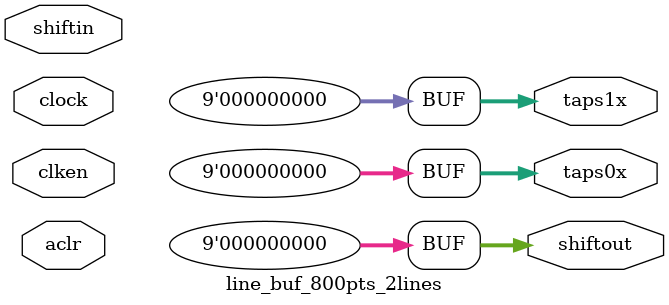
<source format=v>
module line_buf_800pts_2lines(	// file.cleaned.mlir:2:3
  input        aclr,	// file.cleaned.mlir:2:40
               clken,	// file.cleaned.mlir:2:55
               clock,	// file.cleaned.mlir:2:71
  input  [8:0] shiftin,	// file.cleaned.mlir:2:87
  output [8:0] shiftout,	// file.cleaned.mlir:2:106
               taps0x,	// file.cleaned.mlir:2:125
               taps1x	// file.cleaned.mlir:2:142
);

  assign shiftout = 9'h0;	// file.cleaned.mlir:3:14, :4:5
  assign taps0x = 9'h0;	// file.cleaned.mlir:3:14, :4:5
  assign taps1x = 9'h0;	// file.cleaned.mlir:3:14, :4:5
endmodule


</source>
